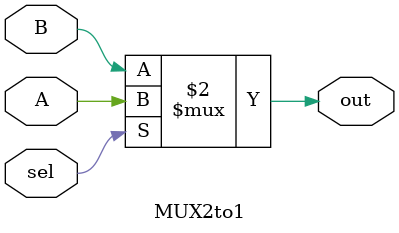
<source format=v>
`timescale 1ns / 1ps
module MUX2to1(out, A, B, sel);
	input A, B, sel;
	output reg out;
	
	always @ (*) begin
		out = sel ? A : B;
	end
endmodule

</source>
